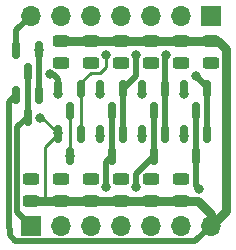
<source format=gbr>
%TF.GenerationSoftware,KiCad,Pcbnew,(6.0.2)*%
%TF.CreationDate,2023-02-28T22:47:18+08:00*%
%TF.ProjectId,OR_gate,4f525f67-6174-4652-9e6b-696361645f70,rev?*%
%TF.SameCoordinates,Original*%
%TF.FileFunction,Copper,L1,Top*%
%TF.FilePolarity,Positive*%
%FSLAX46Y46*%
G04 Gerber Fmt 4.6, Leading zero omitted, Abs format (unit mm)*
G04 Created by KiCad (PCBNEW (6.0.2)) date 2023-02-28 22:47:18*
%MOMM*%
%LPD*%
G01*
G04 APERTURE LIST*
G04 Aperture macros list*
%AMRoundRect*
0 Rectangle with rounded corners*
0 $1 Rounding radius*
0 $2 $3 $4 $5 $6 $7 $8 $9 X,Y pos of 4 corners*
0 Add a 4 corners polygon primitive as box body*
4,1,4,$2,$3,$4,$5,$6,$7,$8,$9,$2,$3,0*
0 Add four circle primitives for the rounded corners*
1,1,$1+$1,$2,$3*
1,1,$1+$1,$4,$5*
1,1,$1+$1,$6,$7*
1,1,$1+$1,$8,$9*
0 Add four rect primitives between the rounded corners*
20,1,$1+$1,$2,$3,$4,$5,0*
20,1,$1+$1,$4,$5,$6,$7,0*
20,1,$1+$1,$6,$7,$8,$9,0*
20,1,$1+$1,$8,$9,$2,$3,0*%
G04 Aperture macros list end*
%TA.AperFunction,SMDPad,CuDef*%
%ADD10RoundRect,0.150000X-0.150000X0.587500X-0.150000X-0.587500X0.150000X-0.587500X0.150000X0.587500X0*%
%TD*%
%TA.AperFunction,SMDPad,CuDef*%
%ADD11RoundRect,0.243750X0.456250X-0.243750X0.456250X0.243750X-0.456250X0.243750X-0.456250X-0.243750X0*%
%TD*%
%TA.AperFunction,SMDPad,CuDef*%
%ADD12RoundRect,0.243750X-0.456250X0.243750X-0.456250X-0.243750X0.456250X-0.243750X0.456250X0.243750X0*%
%TD*%
%TA.AperFunction,ComponentPad*%
%ADD13R,1.700000X1.700000*%
%TD*%
%TA.AperFunction,ComponentPad*%
%ADD14O,1.700000X1.700000*%
%TD*%
%TA.AperFunction,ViaPad*%
%ADD15C,0.800000*%
%TD*%
%TA.AperFunction,Conductor*%
%ADD16C,0.508000*%
%TD*%
%TA.AperFunction,Conductor*%
%ADD17C,0.762000*%
%TD*%
%TA.AperFunction,Conductor*%
%ADD18C,0.254000*%
%TD*%
G04 APERTURE END LIST*
D10*
%TO.P,Q12,1,G*%
%TO.N,In4*%
X73848000Y-53164500D03*
%TO.P,Q12,2,S*%
%TO.N,GND*%
X71948000Y-53164500D03*
%TO.P,Q12,3,D*%
%TO.N,Out4*%
X72898000Y-55039500D03*
%TD*%
D11*
%TO.P,D7,1,K*%
%TO.N,GND*%
X68580000Y-58849500D03*
%TO.P,D7,2,A*%
%TO.N,Net-(D7-Pad2)*%
X68580000Y-56974500D03*
%TD*%
%TO.P,D4,1,K*%
%TO.N,GND*%
X76200000Y-58849500D03*
%TO.P,D4,2,A*%
%TO.N,Net-(D4-Pad2)*%
X76200000Y-56974500D03*
%TD*%
D12*
%TO.P,D6,1,K*%
%TO.N,GND*%
X81280000Y-45290500D03*
%TO.P,D6,2,A*%
%TO.N,Net-(D6-Pad2)*%
X81280000Y-47165500D03*
%TD*%
D11*
%TO.P,D12,1,K*%
%TO.N,GND*%
X73660000Y-58849500D03*
%TO.P,D12,2,A*%
%TO.N,Net-(D12-Pad2)*%
X73660000Y-56974500D03*
%TD*%
D12*
%TO.P,D11,1,K*%
%TO.N,GND*%
X76200000Y-45290500D03*
%TO.P,D11,2,A*%
%TO.N,Net-(D11-Pad2)*%
X76200000Y-47165500D03*
%TD*%
%TO.P,D2,1,K*%
%TO.N,GND*%
X78740000Y-45290500D03*
%TO.P,D2,2,A*%
%TO.N,Net-(D2-Pad2)*%
X78740000Y-47165500D03*
%TD*%
%TO.P,D9,1,K*%
%TO.N,GND*%
X73660000Y-45290500D03*
%TO.P,D9,2,A*%
%TO.N,Net-(D9-Pad2)*%
X73660000Y-47165500D03*
%TD*%
D10*
%TO.P,Q7,1,G*%
%TO.N,In6*%
X80960000Y-49354500D03*
%TO.P,Q7,2,S*%
%TO.N,+5V*%
X79060000Y-49354500D03*
%TO.P,Q7,3,D*%
%TO.N,Out6*%
X80010000Y-51229500D03*
%TD*%
D11*
%TO.P,D8,1,K*%
%TO.N,GND*%
X78740000Y-58849500D03*
%TO.P,D8,2,A*%
%TO.N,Net-(D8-Pad2)*%
X78740000Y-56974500D03*
%TD*%
D10*
%TO.P,Q9,1,G*%
%TO.N,In3*%
X70292000Y-49354500D03*
%TO.P,Q9,2,S*%
%TO.N,+5V*%
X68392000Y-49354500D03*
%TO.P,Q9,3,D*%
%TO.N,Out3*%
X69342000Y-51229500D03*
%TD*%
%TO.P,Q1,1,G*%
%TO.N,In1*%
X66736000Y-46052500D03*
%TO.P,Q1,2,S*%
%TO.N,+5V*%
X64836000Y-46052500D03*
%TO.P,Q1,3,D*%
%TO.N,Out1*%
X65786000Y-47927500D03*
%TD*%
D13*
%TO.P,J1,1,Pin_1*%
%TO.N,In6*%
X81280000Y-43180000D03*
D14*
%TO.P,J1,2,Pin_2*%
%TO.N,In5*%
X78740000Y-43180000D03*
%TO.P,J1,3,Pin_3*%
%TO.N,In4*%
X76200000Y-43180000D03*
%TO.P,J1,4,Pin_4*%
%TO.N,In3*%
X73660000Y-43180000D03*
%TO.P,J1,5,Pin_5*%
%TO.N,In2*%
X71120000Y-43180000D03*
%TO.P,J1,6,Pin_6*%
%TO.N,In1*%
X68580000Y-43180000D03*
%TO.P,J1,7,Pin_7*%
%TO.N,+5V*%
X66040000Y-43180000D03*
%TD*%
D13*
%TO.P,J2,1,Pin_1*%
%TO.N,Out1*%
X66040000Y-60960000D03*
D14*
%TO.P,J2,2,Pin_2*%
%TO.N,Out2*%
X68580000Y-60960000D03*
%TO.P,J2,3,Pin_3*%
%TO.N,Out3*%
X71120000Y-60960000D03*
%TO.P,J2,4,Pin_4*%
%TO.N,Out4*%
X73660000Y-60960000D03*
%TO.P,J2,5,Pin_5*%
%TO.N,Out5*%
X76200000Y-60960000D03*
%TO.P,J2,6,Pin_6*%
%TO.N,Out6*%
X78740000Y-60960000D03*
%TO.P,J2,7,Pin_7*%
%TO.N,GND*%
X81280000Y-60960000D03*
%TD*%
D10*
%TO.P,Q4,1,G*%
%TO.N,In5*%
X77404000Y-53164500D03*
%TO.P,Q4,2,S*%
%TO.N,GND*%
X75504000Y-53164500D03*
%TO.P,Q4,3,D*%
%TO.N,Out5*%
X76454000Y-55039500D03*
%TD*%
%TO.P,Q3,1,G*%
%TO.N,In5*%
X77404000Y-49354500D03*
%TO.P,Q3,2,S*%
%TO.N,+5V*%
X75504000Y-49354500D03*
%TO.P,Q3,3,D*%
%TO.N,Out5*%
X76454000Y-51229500D03*
%TD*%
D12*
%TO.P,D5,1,K*%
%TO.N,GND*%
X71120000Y-45290500D03*
%TO.P,D5,2,A*%
%TO.N,Net-(D5-Pad2)*%
X71120000Y-47165500D03*
%TD*%
D10*
%TO.P,Q2,1,G*%
%TO.N,In1*%
X66736000Y-49862500D03*
%TO.P,Q2,2,S*%
%TO.N,GND*%
X64836000Y-49862500D03*
%TO.P,Q2,3,D*%
%TO.N,Out1*%
X65786000Y-51737500D03*
%TD*%
%TO.P,Q10,1,G*%
%TO.N,In3*%
X70292000Y-53164500D03*
%TO.P,Q10,2,S*%
%TO.N,GND*%
X68392000Y-53164500D03*
%TO.P,Q10,3,D*%
%TO.N,Out3*%
X69342000Y-55039500D03*
%TD*%
D11*
%TO.P,D3,1,K*%
%TO.N,GND*%
X66040000Y-58849500D03*
%TO.P,D3,2,A*%
%TO.N,Net-(D3-Pad2)*%
X66040000Y-56974500D03*
%TD*%
D10*
%TO.P,Q8,1,G*%
%TO.N,In6*%
X80960000Y-53164500D03*
%TO.P,Q8,2,S*%
%TO.N,GND*%
X79060000Y-53164500D03*
%TO.P,Q8,3,D*%
%TO.N,Out6*%
X80010000Y-55039500D03*
%TD*%
D11*
%TO.P,D10,1,K*%
%TO.N,GND*%
X71120000Y-58849500D03*
%TO.P,D10,2,A*%
%TO.N,Net-(D10-Pad2)*%
X71120000Y-56974500D03*
%TD*%
D10*
%TO.P,Q11,1,G*%
%TO.N,In4*%
X73848000Y-49354500D03*
%TO.P,Q11,2,S*%
%TO.N,+5V*%
X71948000Y-49354500D03*
%TO.P,Q11,3,D*%
%TO.N,Out4*%
X72898000Y-51229500D03*
%TD*%
D12*
%TO.P,D1,1,K*%
%TO.N,GND*%
X68580000Y-45290500D03*
%TO.P,D1,2,A*%
%TO.N,Net-(D1-Pad2)*%
X68580000Y-47165500D03*
%TD*%
D15*
%TO.N,GND*%
X66802000Y-51816000D03*
X75438000Y-53340000D03*
X68319750Y-53092250D03*
X78994000Y-53340000D03*
X71882000Y-53340000D03*
%TO.N,Net-(D1-Pad2)*%
X68580000Y-47244000D03*
%TO.N,Net-(D2-Pad2)*%
X78740000Y-47244000D03*
%TO.N,Net-(D3-Pad2)*%
X66040000Y-56896000D03*
%TO.N,Net-(D4-Pad2)*%
X76200000Y-56896000D03*
%TO.N,Net-(D5-Pad2)*%
X71120000Y-47244000D03*
%TO.N,Net-(D6-Pad2)*%
X81280000Y-47244000D03*
%TO.N,Net-(D7-Pad2)*%
X68580000Y-56896000D03*
%TO.N,Net-(D8-Pad2)*%
X78740000Y-56896000D03*
%TO.N,Net-(D9-Pad2)*%
X73660000Y-47244000D03*
%TO.N,Net-(D10-Pad2)*%
X71120000Y-56896000D03*
%TO.N,Net-(D11-Pad2)*%
X76200000Y-47244000D03*
%TO.N,Net-(D12-Pad2)*%
X73660000Y-56896000D03*
%TO.N,In6*%
X80010000Y-48260000D03*
%TO.N,In5*%
X77470000Y-46482000D03*
%TO.N,In4*%
X74930000Y-46482000D03*
%TO.N,In3*%
X72390000Y-46482000D03*
%TO.N,In1*%
X66736000Y-46052500D03*
%TO.N,+5V*%
X78994000Y-49784000D03*
X75438000Y-49784000D03*
X68326000Y-49784000D03*
X67683885Y-48128687D03*
X71882000Y-49784000D03*
%TO.N,Out3*%
X69342000Y-55039500D03*
%TO.N,Out4*%
X72390000Y-57658000D03*
%TO.N,Out5*%
X74930000Y-57658000D03*
%TO.N,Out6*%
X80267314Y-57872419D03*
%TD*%
D16*
%TO.N,GND*%
X64262000Y-61214000D02*
X64262000Y-61789022D01*
D17*
X68580000Y-45290500D02*
X81280000Y-45290500D01*
D16*
X64178960Y-50519540D02*
X64178960Y-61130960D01*
D18*
X68392000Y-53164500D02*
X67231500Y-54325000D01*
D16*
X64736489Y-62263511D02*
X79976489Y-62263511D01*
D17*
X81280000Y-59944000D02*
X81280000Y-60960000D01*
X82560520Y-45984520D02*
X82560520Y-59679480D01*
D16*
X64262000Y-61789022D02*
X64736489Y-62263511D01*
D17*
X78740000Y-58849500D02*
X80185500Y-58849500D01*
X82560520Y-59679480D02*
X81280000Y-60960000D01*
X81280000Y-45290500D02*
X81866500Y-45290500D01*
X80185500Y-58849500D02*
X81280000Y-59944000D01*
D18*
X67231500Y-54325000D02*
X67231500Y-58849500D01*
X66802000Y-51816000D02*
X67043500Y-51816000D01*
X68319750Y-53092250D02*
X68392000Y-53164500D01*
D17*
X81866500Y-45290500D02*
X82560520Y-45984520D01*
D16*
X79976489Y-62263511D02*
X81280000Y-60960000D01*
D17*
X66040000Y-58849500D02*
X67231500Y-58849500D01*
D16*
X64836000Y-49862500D02*
X64178960Y-50519540D01*
D17*
X67231500Y-58849500D02*
X78740000Y-58849500D01*
D16*
X64178960Y-61130960D02*
X64262000Y-61214000D01*
D18*
X67043500Y-51816000D02*
X68319750Y-53092250D01*
D16*
%TO.N,In6*%
X80960000Y-49210000D02*
X80010000Y-48260000D01*
X80960000Y-49354500D02*
X80960000Y-49210000D01*
X80960000Y-53164500D02*
X80960000Y-49354500D01*
%TO.N,In5*%
X77404000Y-49354500D02*
X77404000Y-46548000D01*
X77404000Y-53164500D02*
X77404000Y-49354500D01*
X77404000Y-46548000D02*
X77470000Y-46482000D01*
%TO.N,In4*%
X73848000Y-49354500D02*
X73848000Y-53164500D01*
X74930000Y-48272500D02*
X74930000Y-46482000D01*
X73848000Y-49354500D02*
X74930000Y-48272500D01*
D18*
%TO.N,In3*%
X72390000Y-47498000D02*
X71882000Y-48006000D01*
X70292000Y-48834000D02*
X70292000Y-49354500D01*
X72390000Y-46482000D02*
X72390000Y-47498000D01*
X70292000Y-49354500D02*
X70292000Y-53164500D01*
X71120000Y-48006000D02*
X70292000Y-48834000D01*
X71882000Y-48006000D02*
X71120000Y-48006000D01*
D16*
%TO.N,In1*%
X66736000Y-49862500D02*
X66736000Y-46052500D01*
%TO.N,+5V*%
X64836000Y-46052500D02*
X64836000Y-44384000D01*
X68326000Y-49784000D02*
X68326000Y-49420500D01*
X71882000Y-49420500D02*
X71948000Y-49354500D01*
X67683885Y-48128687D02*
X67940687Y-48128687D01*
X75438000Y-49784000D02*
X75438000Y-49420500D01*
X64836000Y-44384000D02*
X66040000Y-43180000D01*
X68392000Y-48580000D02*
X68392000Y-49354500D01*
X78994000Y-49784000D02*
X78994000Y-49420500D01*
X71882000Y-49784000D02*
X71882000Y-49420500D01*
X75438000Y-49420500D02*
X75504000Y-49354500D01*
X67940687Y-48128687D02*
X68392000Y-48580000D01*
X68326000Y-49420500D02*
X68392000Y-49354500D01*
X78994000Y-49420500D02*
X79060000Y-49354500D01*
%TO.N,Out1*%
X65786000Y-47927500D02*
X65786000Y-51737500D01*
X64886480Y-52637020D02*
X64886480Y-59806480D01*
X64886480Y-59806480D02*
X66040000Y-60960000D01*
X65786000Y-51737500D02*
X64886480Y-52637020D01*
D18*
%TO.N,Out3*%
X69342000Y-51229500D02*
X69342000Y-55039500D01*
D16*
%TO.N,Out4*%
X72390000Y-57150000D02*
X72390000Y-57658000D01*
X72390000Y-55547500D02*
X72390000Y-57150000D01*
X72898000Y-55039500D02*
X72390000Y-55547500D01*
X72898000Y-51229500D02*
X72898000Y-55039500D01*
%TO.N,Out5*%
X76448912Y-55039500D02*
X74930000Y-56558412D01*
X74930000Y-56558412D02*
X74930000Y-56896000D01*
X76454000Y-55039500D02*
X76448912Y-55039500D01*
X76454000Y-51229500D02*
X76454000Y-55039500D01*
X74930000Y-56896000D02*
X74930000Y-57658000D01*
%TO.N,Out6*%
X80010000Y-51229500D02*
X80010000Y-55039500D01*
X80010000Y-57615105D02*
X80267314Y-57872419D01*
X80010000Y-55039500D02*
X80010000Y-57615105D01*
%TD*%
M02*

</source>
